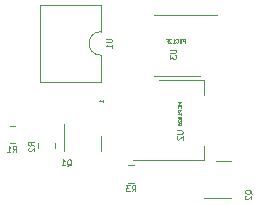
<source format=gbo>
G04 #@! TF.GenerationSoftware,KiCad,Pcbnew,(6.0.11)*
G04 #@! TF.CreationDate,2023-03-09T13:47:02+01:00*
G04 #@! TF.ProjectId,PCB_Dongle_Linky,5043425f-446f-46e6-976c-655f4c696e6b,rev?*
G04 #@! TF.SameCoordinates,Original*
G04 #@! TF.FileFunction,Legend,Bot*
G04 #@! TF.FilePolarity,Positive*
%FSLAX46Y46*%
G04 Gerber Fmt 4.6, Leading zero omitted, Abs format (unit mm)*
G04 Created by KiCad (PCBNEW (6.0.11)) date 2023-03-09 13:47:02*
%MOMM*%
%LPD*%
G01*
G04 APERTURE LIST*
%ADD10C,0.075000*%
%ADD11C,0.125000*%
%ADD12C,0.120000*%
G04 APERTURE END LIST*
D10*
X29735714Y-92085714D02*
X29735714Y-91914285D01*
X29735714Y-92000000D02*
X29435714Y-92000000D01*
X29478571Y-91971428D01*
X29507142Y-91942857D01*
X29521428Y-91914285D01*
X36385714Y-92128571D02*
X36085714Y-92128571D01*
X36300000Y-92228571D01*
X36085714Y-92328571D01*
X36385714Y-92328571D01*
X36357142Y-92642857D02*
X36371428Y-92628571D01*
X36385714Y-92585714D01*
X36385714Y-92557142D01*
X36371428Y-92514285D01*
X36342857Y-92485714D01*
X36314285Y-92471428D01*
X36257142Y-92457142D01*
X36214285Y-92457142D01*
X36157142Y-92471428D01*
X36128571Y-92485714D01*
X36100000Y-92514285D01*
X36085714Y-92557142D01*
X36085714Y-92585714D01*
X36100000Y-92628571D01*
X36114285Y-92642857D01*
X36385714Y-92771428D02*
X36085714Y-92771428D01*
X36085714Y-92885714D01*
X36100000Y-92914285D01*
X36114285Y-92928571D01*
X36142857Y-92942857D01*
X36185714Y-92942857D01*
X36214285Y-92928571D01*
X36228571Y-92914285D01*
X36242857Y-92885714D01*
X36242857Y-92771428D01*
X36385714Y-93228571D02*
X36385714Y-93057142D01*
X36385714Y-93142857D02*
X36085714Y-93142857D01*
X36128571Y-93114285D01*
X36157142Y-93085714D01*
X36171428Y-93057142D01*
X36214285Y-93400000D02*
X36200000Y-93371428D01*
X36185714Y-93357142D01*
X36157142Y-93342857D01*
X36142857Y-93342857D01*
X36114285Y-93357142D01*
X36100000Y-93371428D01*
X36085714Y-93400000D01*
X36085714Y-93457142D01*
X36100000Y-93485714D01*
X36114285Y-93500000D01*
X36142857Y-93514285D01*
X36157142Y-93514285D01*
X36185714Y-93500000D01*
X36200000Y-93485714D01*
X36214285Y-93457142D01*
X36214285Y-93400000D01*
X36228571Y-93371428D01*
X36242857Y-93357142D01*
X36271428Y-93342857D01*
X36328571Y-93342857D01*
X36357142Y-93357142D01*
X36371428Y-93371428D01*
X36385714Y-93400000D01*
X36385714Y-93457142D01*
X36371428Y-93485714D01*
X36357142Y-93500000D01*
X36328571Y-93514285D01*
X36271428Y-93514285D01*
X36242857Y-93500000D01*
X36228571Y-93485714D01*
X36214285Y-93457142D01*
X36114285Y-93628571D02*
X36100000Y-93642857D01*
X36085714Y-93671428D01*
X36085714Y-93742857D01*
X36100000Y-93771428D01*
X36114285Y-93785714D01*
X36142857Y-93800000D01*
X36171428Y-93800000D01*
X36214285Y-93785714D01*
X36385714Y-93614285D01*
X36385714Y-93800000D01*
X36085714Y-94057142D02*
X36085714Y-94000000D01*
X36100000Y-93971428D01*
X36114285Y-93957142D01*
X36157142Y-93928571D01*
X36214285Y-93914285D01*
X36328571Y-93914285D01*
X36357142Y-93928571D01*
X36371428Y-93942857D01*
X36385714Y-93971428D01*
X36385714Y-94028571D01*
X36371428Y-94057142D01*
X36357142Y-94071428D01*
X36328571Y-94085714D01*
X36257142Y-94085714D01*
X36228571Y-94071428D01*
X36214285Y-94057142D01*
X36200000Y-94028571D01*
X36200000Y-93971428D01*
X36214285Y-93942857D01*
X36228571Y-93928571D01*
X36257142Y-93914285D01*
X36685714Y-87085714D02*
X36685714Y-86785714D01*
X36571428Y-86785714D01*
X36542857Y-86800000D01*
X36528571Y-86814285D01*
X36514285Y-86842857D01*
X36514285Y-86885714D01*
X36528571Y-86914285D01*
X36542857Y-86928571D01*
X36571428Y-86942857D01*
X36685714Y-86942857D01*
X36385714Y-87085714D02*
X36385714Y-86885714D01*
X36385714Y-86785714D02*
X36400000Y-86800000D01*
X36385714Y-86814285D01*
X36371428Y-86800000D01*
X36385714Y-86785714D01*
X36385714Y-86814285D01*
X36242857Y-87085714D02*
X36242857Y-86785714D01*
X35928571Y-87057142D02*
X35942857Y-87071428D01*
X35985714Y-87085714D01*
X36014285Y-87085714D01*
X36057142Y-87071428D01*
X36085714Y-87042857D01*
X36100000Y-87014285D01*
X36114285Y-86957142D01*
X36114285Y-86914285D01*
X36100000Y-86857142D01*
X36085714Y-86828571D01*
X36057142Y-86800000D01*
X36014285Y-86785714D01*
X35985714Y-86785714D01*
X35942857Y-86800000D01*
X35928571Y-86814285D01*
X35642857Y-87085714D02*
X35814285Y-87085714D01*
X35728571Y-87085714D02*
X35728571Y-86785714D01*
X35757142Y-86828571D01*
X35785714Y-86857142D01*
X35814285Y-86871428D01*
X35528571Y-86814285D02*
X35514285Y-86800000D01*
X35485714Y-86785714D01*
X35414285Y-86785714D01*
X35385714Y-86800000D01*
X35371428Y-86814285D01*
X35357142Y-86842857D01*
X35357142Y-86871428D01*
X35371428Y-86914285D01*
X35542857Y-87085714D01*
X35357142Y-87085714D01*
X35128571Y-86928571D02*
X35228571Y-86928571D01*
X35228571Y-87085714D02*
X35228571Y-86785714D01*
X35085714Y-86785714D01*
D11*
G04 #@! TO.C,U1*
X29976190Y-86769047D02*
X30380952Y-86769047D01*
X30428571Y-86792857D01*
X30452380Y-86816666D01*
X30476190Y-86864285D01*
X30476190Y-86959523D01*
X30452380Y-87007142D01*
X30428571Y-87030952D01*
X30380952Y-87054761D01*
X29976190Y-87054761D01*
X30476190Y-87554761D02*
X30476190Y-87269047D01*
X30476190Y-87411904D02*
X29976190Y-87411904D01*
X30047619Y-87364285D01*
X30095238Y-87316666D01*
X30119047Y-87269047D01*
G04 #@! TO.C,Q2*
X42323809Y-99902380D02*
X42300000Y-99854761D01*
X42252380Y-99807142D01*
X42180952Y-99735714D01*
X42157142Y-99688095D01*
X42157142Y-99640476D01*
X42276190Y-99664285D02*
X42252380Y-99616666D01*
X42204761Y-99569047D01*
X42109523Y-99545238D01*
X41942857Y-99545238D01*
X41847619Y-99569047D01*
X41800000Y-99616666D01*
X41776190Y-99664285D01*
X41776190Y-99759523D01*
X41800000Y-99807142D01*
X41847619Y-99854761D01*
X41942857Y-99878571D01*
X42109523Y-99878571D01*
X42204761Y-99854761D01*
X42252380Y-99807142D01*
X42276190Y-99759523D01*
X42276190Y-99664285D01*
X41823809Y-100069047D02*
X41800000Y-100092857D01*
X41776190Y-100140476D01*
X41776190Y-100259523D01*
X41800000Y-100307142D01*
X41823809Y-100330952D01*
X41871428Y-100354761D01*
X41919047Y-100354761D01*
X41990476Y-100330952D01*
X42276190Y-100045238D01*
X42276190Y-100354761D01*
G04 #@! TO.C,R1*
X22083333Y-96326190D02*
X22250000Y-96088095D01*
X22369047Y-96326190D02*
X22369047Y-95826190D01*
X22178571Y-95826190D01*
X22130952Y-95850000D01*
X22107142Y-95873809D01*
X22083333Y-95921428D01*
X22083333Y-95992857D01*
X22107142Y-96040476D01*
X22130952Y-96064285D01*
X22178571Y-96088095D01*
X22369047Y-96088095D01*
X21607142Y-96326190D02*
X21892857Y-96326190D01*
X21750000Y-96326190D02*
X21750000Y-95826190D01*
X21797619Y-95897619D01*
X21845238Y-95945238D01*
X21892857Y-95969047D01*
G04 #@! TO.C,U2*
X35976190Y-94519047D02*
X36380952Y-94519047D01*
X36428571Y-94542857D01*
X36452380Y-94566666D01*
X36476190Y-94614285D01*
X36476190Y-94709523D01*
X36452380Y-94757142D01*
X36428571Y-94780952D01*
X36380952Y-94804761D01*
X35976190Y-94804761D01*
X36023809Y-95019047D02*
X36000000Y-95042857D01*
X35976190Y-95090476D01*
X35976190Y-95209523D01*
X36000000Y-95257142D01*
X36023809Y-95280952D01*
X36071428Y-95304761D01*
X36119047Y-95304761D01*
X36190476Y-95280952D01*
X36476190Y-94995238D01*
X36476190Y-95304761D01*
G04 #@! TO.C,Q1*
X26697619Y-97523809D02*
X26745238Y-97500000D01*
X26792857Y-97452380D01*
X26864285Y-97380952D01*
X26911904Y-97357142D01*
X26959523Y-97357142D01*
X26935714Y-97476190D02*
X26983333Y-97452380D01*
X27030952Y-97404761D01*
X27054761Y-97309523D01*
X27054761Y-97142857D01*
X27030952Y-97047619D01*
X26983333Y-97000000D01*
X26935714Y-96976190D01*
X26840476Y-96976190D01*
X26792857Y-97000000D01*
X26745238Y-97047619D01*
X26721428Y-97142857D01*
X26721428Y-97309523D01*
X26745238Y-97404761D01*
X26792857Y-97452380D01*
X26840476Y-97476190D01*
X26935714Y-97476190D01*
X26245238Y-97476190D02*
X26530952Y-97476190D01*
X26388095Y-97476190D02*
X26388095Y-96976190D01*
X26435714Y-97047619D01*
X26483333Y-97095238D01*
X26530952Y-97119047D01*
G04 #@! TO.C,R2*
X23926190Y-95816666D02*
X23688095Y-95650000D01*
X23926190Y-95530952D02*
X23426190Y-95530952D01*
X23426190Y-95721428D01*
X23450000Y-95769047D01*
X23473809Y-95792857D01*
X23521428Y-95816666D01*
X23592857Y-95816666D01*
X23640476Y-95792857D01*
X23664285Y-95769047D01*
X23688095Y-95721428D01*
X23688095Y-95530952D01*
X23473809Y-96007142D02*
X23450000Y-96030952D01*
X23426190Y-96078571D01*
X23426190Y-96197619D01*
X23450000Y-96245238D01*
X23473809Y-96269047D01*
X23521428Y-96292857D01*
X23569047Y-96292857D01*
X23640476Y-96269047D01*
X23926190Y-95983333D01*
X23926190Y-96292857D01*
G04 #@! TO.C,R3*
X32183333Y-99676190D02*
X32350000Y-99438095D01*
X32469047Y-99676190D02*
X32469047Y-99176190D01*
X32278571Y-99176190D01*
X32230952Y-99200000D01*
X32207142Y-99223809D01*
X32183333Y-99271428D01*
X32183333Y-99342857D01*
X32207142Y-99390476D01*
X32230952Y-99414285D01*
X32278571Y-99438095D01*
X32469047Y-99438095D01*
X32016666Y-99176190D02*
X31707142Y-99176190D01*
X31873809Y-99366666D01*
X31802380Y-99366666D01*
X31754761Y-99390476D01*
X31730952Y-99414285D01*
X31707142Y-99461904D01*
X31707142Y-99580952D01*
X31730952Y-99628571D01*
X31754761Y-99652380D01*
X31802380Y-99676190D01*
X31945238Y-99676190D01*
X31992857Y-99652380D01*
X32016666Y-99628571D01*
G04 #@! TO.C,U3*
X35426190Y-87669047D02*
X35830952Y-87669047D01*
X35878571Y-87692857D01*
X35902380Y-87716666D01*
X35926190Y-87764285D01*
X35926190Y-87859523D01*
X35902380Y-87907142D01*
X35878571Y-87930952D01*
X35830952Y-87954761D01*
X35426190Y-87954761D01*
X35426190Y-88145238D02*
X35426190Y-88454761D01*
X35616666Y-88288095D01*
X35616666Y-88359523D01*
X35640476Y-88407142D01*
X35664285Y-88430952D01*
X35711904Y-88454761D01*
X35830952Y-88454761D01*
X35878571Y-88430952D01*
X35902380Y-88407142D01*
X35926190Y-88359523D01*
X35926190Y-88216666D01*
X35902380Y-88169047D01*
X35878571Y-88145238D01*
D12*
G04 #@! TO.C,U1*
X24370000Y-90385000D02*
X24370000Y-83915000D01*
X29570000Y-83915000D02*
X29570000Y-86150000D01*
X24370000Y-83915000D02*
X29570000Y-83915000D01*
X29570000Y-88150000D02*
X29570000Y-90385000D01*
X29570000Y-90385000D02*
X24370000Y-90385000D01*
X29570000Y-86150000D02*
G75*
G03*
X29570000Y-88150000I0J-1000000D01*
G01*
G04 #@! TO.C,Q2*
X39937500Y-100210000D02*
X40587500Y-100210000D01*
X39937500Y-97090000D02*
X39287500Y-97090000D01*
X39937500Y-97090000D02*
X40587500Y-97090000D01*
X39937500Y-100210000D02*
X38262500Y-100210000D01*
G04 #@! TO.C,R1*
X21872936Y-94115000D02*
X22327064Y-94115000D01*
X21872936Y-95585000D02*
X22327064Y-95585000D01*
G04 #@! TO.C,U2*
X32250000Y-97060000D02*
X38260000Y-97060000D01*
X34500000Y-90240000D02*
X38260000Y-90240000D01*
X38260000Y-97060000D02*
X38260000Y-95800000D01*
X38260000Y-90240000D02*
X38260000Y-91500000D01*
G04 #@! TO.C,Q1*
X29560000Y-95637500D02*
X29560000Y-96287500D01*
X26440000Y-95637500D02*
X26440000Y-93962500D01*
X26440000Y-95637500D02*
X26440000Y-96287500D01*
X29560000Y-95637500D02*
X29560000Y-94987500D01*
G04 #@! TO.C,R2*
X25685000Y-95572936D02*
X25685000Y-96027064D01*
X24215000Y-95572936D02*
X24215000Y-96027064D01*
G04 #@! TO.C,R3*
X31872936Y-97465000D02*
X32327064Y-97465000D01*
X31872936Y-98935000D02*
X32327064Y-98935000D01*
G04 #@! TO.C,U3*
X35975000Y-84775000D02*
X34025000Y-84775000D01*
X35975000Y-84775000D02*
X39425000Y-84775000D01*
X35975000Y-89895000D02*
X37925000Y-89895000D01*
X35975000Y-89895000D02*
X34025000Y-89895000D01*
G04 #@! TD*
M02*

</source>
